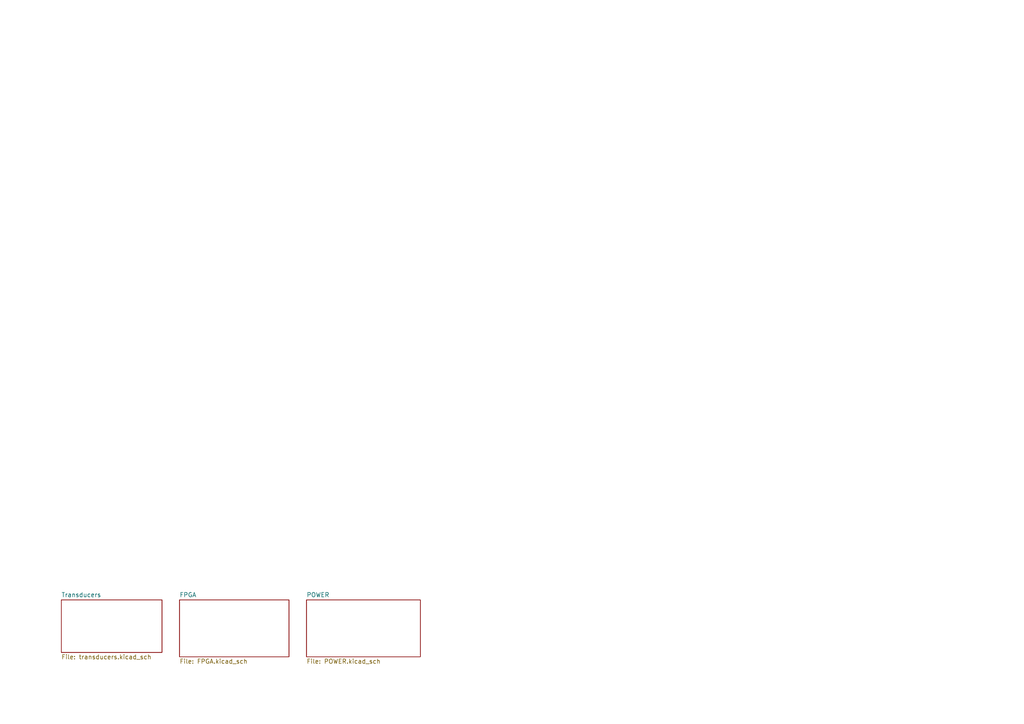
<source format=kicad_sch>
(kicad_sch (version 20250114) (generator "eeschema") (generator_version "9.0")
  (paper "A4")
  (lib_symbols
    (symbol "FPGA_LFE5U-25F-6BG256C:LFE5U-25F-6BG256C"
      (property "Reference" "u" (at -12.7 135.636 0))
      (property "Value" "LFE5U-25F-6BG256C" (at 2.286 135.382 0))
      (symbol "LFE5U-25F-6BG256C_0_1"
        (rectangle (start -11.43 130.81) (end 11.43 -196.85))
      )
      (symbol "LFE5U-25F-6BG256C_1_1"
        (pin power_in line (at -13.97 127 0) (length 2.54) (name "GND_1") (number "A1"))
        (pin bidirectional line (at -13.97 124.46 0) (length 2.54) (name "PT4A") (number "A2"))
        (pin bidirectional line (at -13.97 121.92 0) (length 2.54) (name "PT6A") (number "A3"))
        (pin bidirectional line (at -13.97 119.38 0) (length 2.54) (name "PT6B") (number "A4"))
        (pin bidirectional line (at -13.97 116.84 0) (length 2.54) (name "PT18A") (number "A5"))
        (pin bidirectional line (at -13.97 114.3 0) (length 2.54) (name "PT18B") (number "A6"))
        (pin bidirectional line (at -13.97 111.76 0) (length 2.54) (name "PT29A") (number "A7"))
        (pin bidirectional line (at -13.97 109.22 0) (length 2.54) (name "PT29B") (number "A8"))
        (pin bidirectional line (at -13.97 106.68 0) (length 2.54) (name "PT42A") (number "A9"))
        (pin bidirectional line (at -13.97 104.14 0) (length 2.54) (name "PT42B") (number "A10"))
        (pin bidirectional line (at -13.97 101.6 0) (length 2.54) (name "PT53A") (number "A11"))
        (pin bidirectional line (at -13.97 99.06 0) (length 2.54) (name "PT53B") (number "A12"))
        (pin bidirectional line (at -13.97 96.52 0) (length 2.54) (name "PT65A") (number "A13"))
        (pin bidirectional line (at -13.97 93.98 0) (length 2.54) (name "PT65B") (number "A14"))
        (pin bidirectional line (at -13.97 91.44 0) (length 2.54) (name "PT67B") (number "A15"))
        (pin power_in line (at -13.97 88.9 0) (length 2.54) (name "GND_2") (number "A16"))
        (pin bidirectional line (at -13.97 86.36 0) (length 2.54) (name "PL2A") (number "B1"))
        (pin bidirectional line (at -13.97 83.82 0) (length 2.54) (name "PL2B") (number "B2"))
        (pin bidirectional line (at -13.97 81.28 0) (length 2.54) (name "PT4B") (number "B3"))
        (pin bidirectional line (at -13.97 78.74 0) (length 2.54) (name "PT11B") (number "B4"))
        (pin bidirectional line (at -13.97 76.2 0) (length 2.54) (name "PT15B") (number "B5"))
        (pin bidirectional line (at -13.97 73.66 0) (length 2.54) (name "PT22B") (number "B6"))
        (pin bidirectional line (at -13.97 71.12 0) (length 2.54) (name "PT27B") (number "B7"))
        (pin bidirectional line (at -13.97 68.58 0) (length 2.54) (name "PT35B") (number "B8"))
        (pin bidirectional line (at -13.97 66.04 0) (length 2.54) (name "PT38A") (number "B9"))
        (pin bidirectional line (at -13.97 63.5 0) (length 2.54) (name "PT44A") (number "B10"))
        (pin bidirectional line (at -13.97 60.96 0) (length 2.54) (name "PT49A") (number "B11"))
        (pin bidirectional line (at -13.97 58.42 0) (length 2.54) (name "PT56A") (number "B12"))
        (pin bidirectional line (at -13.97 55.88 0) (length 2.54) (name "PT60A") (number "B13"))
        (pin bidirectional line (at -13.97 53.34 0) (length 2.54) (name "PT67A") (number "B14"))
        (pin bidirectional line (at -13.97 50.8 0) (length 2.54) (name "PR2B") (number "B15"))
        (pin bidirectional line (at -13.97 48.26 0) (length 2.54) (name "PR2A") (number "B16"))
        (pin bidirectional line (at -13.97 45.72 0) (length 2.54) (name "PL5A") (number "C1"))
        (pin bidirectional line (at -13.97 43.18 0) (length 2.54) (name "PL5B") (number "C2"))
        (pin bidirectional line (at -13.97 40.64 0) (length 2.54) (name "PL2C") (number "C3"))
        (pin bidirectional line (at -13.97 38.1 0) (length 2.54) (name "PT11A") (number "C4"))
        (pin bidirectional line (at -13.97 35.56 0) (length 2.54) (name "PT15A") (number "C5"))
        (pin bidirectional line (at -13.97 33.02 0) (length 2.54) (name "PT22A") (number "C6"))
        (pin bidirectional line (at -13.97 30.48 0) (length 2.54) (name "PT27A") (number "C7"))
        (pin bidirectional line (at -13.97 27.94 0) (length 2.54) (name "PT35A") (number "C8"))
        (pin bidirectional line (at -13.97 25.4 0) (length 2.54) (name "PT38B") (number "C9"))
        (pin bidirectional line (at -13.97 22.86 0) (length 2.54) (name "PT44B") (number "C10"))
        (pin bidirectional line (at -13.97 20.32 0) (length 2.54) (name "PT49B") (number "C11"))
        (pin bidirectional line (at -13.97 17.78 0) (length 2.54) (name "PT56B") (number "C12"))
        (pin bidirectional line (at -13.97 15.24 0) (length 2.54) (name "PT60B") (number "C13"))
        (pin bidirectional line (at -13.97 12.7 0) (length 2.54) (name "PR2C") (number "C14"))
        (pin bidirectional line (at -13.97 10.16 0) (length 2.54) (name "PR5B") (number "C15"))
        (pin bidirectional line (at -13.97 7.62 0) (length 2.54) (name "PR5A") (number "C16"))
        (pin bidirectional line (at -13.97 5.08 0) (length 2.54) (name "PL8A") (number "D1"))
        (pin power_in line (at -13.97 2.54 0) (length 2.54) (name "GND_3") (number "D2"))
        (pin bidirectional line (at -13.97 0 0) (length 2.54) (name "PL2D") (number "D3"))
        (pin bidirectional line (at -13.97 -2.54 0) (length 2.54) (name "PT9B") (number "D4"))
        (pin bidirectional line (at -13.97 -5.08 0) (length 2.54) (name "PT13B") (number "D5"))
        (pin bidirectional line (at -13.97 -7.62 0) (length 2.54) (name "PT20B") (number "D6"))
        (pin bidirectional line (at -13.97 -10.16 0) (length 2.54) (name "PT24B") (number "D7"))
        (pin bidirectional line (at -13.97 -12.7 0) (length 2.54) (name "PT33B") (number "D8"))
        (pin bidirectional line (at -13.97 -15.24 0) (length 2.54) (name "PT40A") (number "D9"))
        (pin bidirectional line (at -13.97 -17.78 0) (length 2.54) (name "PT47A") (number "D10"))
        (pin bidirectional line (at -13.97 -20.32 0) (length 2.54) (name "PT51A") (number "D11"))
        (pin bidirectional line (at -13.97 -22.86 0) (length 2.54) (name "PT58A") (number "D12"))
        (pin bidirectional line (at -13.97 -25.4 0) (length 2.54) (name "PT62A") (number "D13"))
        (pin bidirectional line (at -13.97 -27.94 0) (length 2.54) (name "PR2D") (number "D14"))
        (pin power_in line (at -13.97 -30.48 0) (length 2.54) (name "GND_4") (number "D15"))
        (pin bidirectional line (at -13.97 -33.02 0) (length 2.54) (name "PR8A") (number "D16"))
        (pin bidirectional line (at -13.97 -35.56 0) (length 2.54) (name "PL11D") (number "E1"))
        (pin bidirectional line (at -13.97 -38.1 0) (length 2.54) (name "PL8B") (number "E2"))
        (pin bidirectional line (at -13.97 -40.64 0) (length 2.54) (name "PL5C") (number "E3"))
        (pin bidirectional line (at -13.97 -43.18 0) (length 2.54) (name "PT9A") (number "E4"))
        (pin bidirectional line (at -13.97 -45.72 0) (length 2.54) (name "PT13A") (number "E5"))
        (pin bidirectional line (at -13.97 -48.26 0) (length 2.54) (name "PT20A") (number "E6"))
        (pin bidirectional line (at -13.97 -50.8 0) (length 2.54) (name "PT24A") (number "E7"))
        (pin bidirectional line (at -13.97 -53.34 0) (length 2.54) (name "PT33A") (number "E8"))
        (pin bidirectional line (at -13.97 -55.88 0) (length 2.54) (name "PT40B") (number "E9"))
        (pin bidirectional line (at -13.97 -58.42 0) (length 2.54) (name "PT47B") (number "E10"))
        (pin bidirectional line (at -13.97 -60.96 0) (length 2.54) (name "PT51B") (number "E11"))
        (pin bidirectional line (at -13.97 -63.5 0) (length 2.54) (name "PT58B") (number "E12"))
        (pin bidirectional line (at -13.97 -66.04 0) (length 2.54) (name "PT62B") (number "E13"))
        (pin bidirectional line (at -13.97 -68.58 0) (length 2.54) (name "PR5C") (number "E14"))
        (pin bidirectional line (at -13.97 -71.12 0) (length 2.54) (name "PR8B") (number "E15"))
        (pin bidirectional line (at -13.97 -73.66 0) (length 2.54) (name "PR11D") (number "E16"))
        (pin bidirectional line (at -13.97 -76.2 0) (length 2.54) (name "PL14A") (number "F1"))
        (pin bidirectional line (at -13.97 -78.74 0) (length 2.54) (name "PL11C") (number "F2"))
        (pin bidirectional line (at -13.97 -81.28 0) (length 2.54) (name "PL5D") (number "F3"))
        (pin bidirectional line (at -13.97 -83.82 0) (length 2.54) (name "PL8C") (number "F4"))
        (pin bidirectional line (at -13.97 -86.36 0) (length 2.54) (name "PL8D") (number "F5"))
        (pin power_in line (at -13.97 -88.9 0) (length 2.54) (name "VCCIO0_1") (number "F6"))
        (pin power_in line (at -13.97 -91.44 0) (length 2.54) (name "VCCIO0_2") (number "F7"))
        (pin power_in line (at -13.97 -93.98 0) (length 2.54) (name "GND__5") (number "F8"))
        (pin power_in line (at -13.97 -96.52 0) (length 2.54) (name "GND_6") (number "F9"))
        (pin power_in line (at -13.97 -99.06 0) (length 2.54) (name "VCCIO1_1") (number "F10"))
        (pin power_in line (at -13.97 -101.6 0) (length 2.54) (name "VCCIO1_2") (number "F11"))
        (pin bidirectional line (at -13.97 -104.14 0) (length 2.54) (name "PR8D") (number "F12"))
        (pin bidirectional line (at -13.97 -106.68 0) (length 2.54) (name "PR8C") (number "F13"))
        (pin bidirectional line (at -13.97 -109.22 0) (length 2.54) (name "PR5D") (number "F14"))
        (pin bidirectional line (at -13.97 -111.76 0) (length 2.54) (name "PR11C") (number "F15"))
        (pin bidirectional line (at -13.97 -114.3 0) (length 2.54) (name "PR14A") (number "F16"))
        (pin bidirectional line (at -13.97 -116.84 0) (length 2.54) (name "PL20A") (number "G1"))
        (pin bidirectional line (at -13.97 -119.38 0) (length 2.54) (name "PL14B") (number "G2"))
        (pin bidirectional line (at -13.97 -121.92 0) (length 2.54) (name "PL14C") (number "G3"))
        (pin bidirectional line (at -13.97 -124.46 0) (length 2.54) (name "PL11B") (number "G4"))
        (pin bidirectional line (at -13.97 -127 0) (length 2.54) (name "PL11A") (number "G5"))
        (pin power_in line (at -13.97 -129.54 0) (length 2.54) (name "VCC_1") (number "G6"))
        (pin power_in line (at -13.97 -132.08 0) (length 2.54) (name "VCC_2") (number "G7"))
        (pin power_in line (at -13.97 -134.62 0) (length 2.54) (name "GND_7") (number "G8"))
        (pin power_in line (at -13.97 -137.16 0) (length 2.54) (name "VCC_3") (number "G9"))
        (pin power_in line (at -13.97 -139.7 0) (length 2.54) (name "GND_8") (number "G10"))
        (pin power_in line (at -13.97 -142.24 0) (length 2.54) (name "VCCAUX_1") (number "G11"))
        (pin bidirectional line (at -13.97 -144.78 0) (length 2.54) (name "PR11A") (number "G12"))
        (pin bidirectional line (at -13.97 -147.32 0) (length 2.54) (name "PR11B") (number "G13"))
        (pin bidirectional line (at -13.97 -149.86 0) (length 2.54) (name "PR14C") (number "G14"))
        (pin bidirectional line (at -13.97 -152.4 0) (length 2.54) (name "PR14B") (number "G15"))
        (pin bidirectional line (at -13.97 -154.94 0) (length 2.54) (name "PR20A") (number "G16"))
        (pin power_in line (at -13.97 -157.48 0) (length 2.54) (name "GND_9") (number "H1"))
        (pin bidirectional line (at -13.97 -160.02 0) (length 2.54) (name "PL20B") (number "H2"))
        (pin bidirectional line (at -13.97 -162.56 0) (length 2.54) (name "PL14D") (number "H3"))
        (pin bidirectional line (at -13.97 -165.1 0) (length 2.54) (name "PL17B") (number "H4"))
        (pin bidirectional line (at -13.97 -167.64 0) (length 2.54) (name "PL17A") (number "H5"))
        (pin power_in line (at -13.97 -170.18 0) (length 2.54) (name "VCCIO7_1") (number "H6"))
        (pin power_in line (at -13.97 -172.72 0) (length 2.54) (name "VCCIO7_2") (number "H7"))
        (pin power_in line (at -13.97 -175.26 0) (length 2.54) (name "GND_10") (number "H8"))
        (pin power_in line (at -13.97 -177.8 0) (length 2.54) (name "GND_11") (number "H9"))
        (pin power_in line (at -13.97 -180.34 0) (length 2.54) (name "GND_12") (number "H10"))
        (pin power_in line (at -13.97 -182.88 0) (length 2.54) (name "VCCIO2_1") (number "H11"))
        (pin bidirectional line (at -13.97 -185.42 0) (length 2.54) (name "PR17A") (number "H12"))
        (pin bidirectional line (at -13.97 -187.96 0) (length 2.54) (name "PR17B") (number "H13"))
        (pin bidirectional line (at -13.97 -190.5 0) (length 2.54) (name "PR14D") (number "H14"))
        (pin bidirectional line (at -13.97 -193.04 0) (length 2.54) (name "PR20B") (number "H15"))
        (pin power_in line (at -13.97 -195.58 0) (length 2.54) (name "GND_13") (number "H16"))
        (pin bidirectional line (at 13.97 127 180) (length 2.54) (name "PL23A") (number "J1"))
        (pin bidirectional line (at 13.97 124.46 180) (length 2.54) (name "PL23B") (number "J2"))
        (pin bidirectional line (at 13.97 121.92 180) (length 2.54) (name "PL20C") (number "J3"))
        (pin bidirectional line (at 13.97 119.38 180) (length 2.54) (name "PL17C") (number "J4"))
        (pin bidirectional line (at 13.97 116.84 180) (length 2.54) (name "PL17D") (number "J5"))
        (pin power_in line (at 13.97 114.3 180) (length 2.54) (name "VCCIO6_1") (number "J6"))
        (pin power_in line (at 13.97 111.76 180) (length 2.54) (name "VCCIO6_2") (number "J7"))
        (pin power_in line (at 13.97 109.22 180) (length 2.54) (name "GND_14") (number "J8"))
        (pin power_in line (at 13.97 106.68 180) (length 2.54) (name "GND_15") (number "J9"))
        (pin power_in line (at 13.97 104.14 180) (length 2.54) (name "GND_16") (number "J10"))
        (pin power_in line (at 13.97 101.6 180) (length 2.54) (name "VCCIO2_2") (number "J11"))
        (pin bidirectional line (at 13.97 99.06 180) (length 2.54) (name "PR17D") (number "J12"))
        (pin bidirectional line (at 13.97 96.52 180) (length 2.54) (name "PR17C") (number "J13"))
        (pin bidirectional line (at 13.97 93.98 180) (length 2.54) (name "PR20C") (number "J14"))
        (pin bidirectional line (at 13.97 91.44 180) (length 2.54) (name "PR23B") (number "J15"))
        (pin bidirectional line (at 13.97 88.9 180) (length 2.54) (name "PR23A") (number "J16"))
        (pin bidirectional line (at 13.97 86.36 180) (length 2.54) (name "PL23C") (number "K1"))
        (pin bidirectional line (at 13.97 83.82 180) (length 2.54) (name "PL23D") (number "K2"))
        (pin bidirectional line (at 13.97 81.28 180) (length 2.54) (name "PL20D") (number "K3"))
        (pin bidirectional line (at 13.97 78.74 180) (length 2.54) (name "PL29A") (number "K4"))
        (pin bidirectional line (at 13.97 76.2 180) (length 2.54) (name "PL29B") (number "K5"))
        (pin power_in line (at 13.97 73.66 180) (length 2.54) (name "GND_17") (number "K6"))
        (pin power_in line (at 13.97 71.12 180) (length 2.54) (name "GND_18") (number "K7"))
        (pin power_in line (at 13.97 68.58 180) (length 2.54) (name "GND_19") (number "K8"))
        (pin power_in line (at 13.97 66.04 180) (length 2.54) (name "GND_20") (number "K9"))
        (pin power_in line (at 13.97 63.5 180) (length 2.54) (name "GND_21") (number "K10"))
        (pin power_in line (at 13.97 60.96 180) (length 2.54) (name "VCCIO3_1") (number "K11"))
        (pin bidirectional line (at 13.97 58.42 180) (length 2.54) (name "PR29B") (number "K12"))
        (pin bidirectional line (at 13.97 55.88 180) (length 2.54) (name "PR29A") (number "K13"))
        (pin bidirectional line (at 13.97 53.34 180) (length 2.54) (name "PR20D") (number "K14"))
        (pin bidirectional line (at 13.97 50.8 180) (length 2.54) (name "PR23D") (number "K15"))
        (pin bidirectional line (at 13.97 48.26 180) (length 2.54) (name "PR23C") (number "K16"))
        (pin bidirectional line (at 13.97 45.72 180) (length 2.54) (name "PL26A") (number "L1"))
        (pin bidirectional line (at 13.97 43.18 180) (length 2.54) (name "PL26B") (number "L2"))
        (pin bidirectional line (at 13.97 40.64 180) (length 2.54) (name "PL32C") (number "L3"))
        (pin bidirectional line (at 13.97 38.1 180) (length 2.54) (name "PL29C") (number "L4"))
        (pin bidirectional line (at 13.97 35.56 180) (length 2.54) (name "PL29D") (number "L5"))
        (pin power_in line (at 13.97 33.02 180) (length 2.54) (name "VCCIO8") (number "L6"))
        (pin power_in line (at 13.97 30.48 180) (length 2.54) (name "VCCAUX_2") (number "L7"))
        (pin power_in line (at 13.97 27.94 180) (length 2.54) (name "VCC_4") (number "L8"))
        (pin power_in line (at 13.97 25.4 180) (length 2.54) (name "VCC_5") (number "L9"))
        (pin power_in line (at 13.97 22.86 180) (length 2.54) (name "VCC_6") (number "L10"))
        (pin power_in line (at 13.97 20.32 180) (length 2.54) (name "VCCIO3_2") (number "L11"))
        (pin bidirectional line (at 13.97 17.78 180) (length 2.54) (name "PR29D") (number "L12"))
        (pin bidirectional line (at 13.97 15.24 180) (length 2.54) (name "PR29C") (number "L13"))
        (pin bidirectional line (at 13.97 12.7 180) (length 2.54) (name "PR32C") (number "L14"))
        (pin bidirectional line (at 13.97 10.16 180) (length 2.54) (name "PR26B") (number "L15"))
        (pin bidirectional line (at 13.97 7.62 180) (length 2.54) (name "PR26A") (number "L16"))
        (pin bidirectional line (at 13.97 5.08 180) (length 2.54) (name "PL26C") (number "M1"))
        (pin bidirectional line (at 13.97 2.54 180) (length 2.54) (name "PL26D") (number "M2"))
        (pin bidirectional line (at 13.97 0 180) (length 2.54) (name "PL32D") (number "M3"))
        (pin bidirectional line (at 13.97 -2.54 180) (length 2.54) (name "PL35C") (number "M4"))
        (pin bidirectional line (at 13.97 -5.08 180) (length 2.54) (name "PL44C") (number "M5"))
        (pin bidirectional line (at 13.97 -7.62 180) (length 2.54) (name "PL47A") (number "M6"))
        (pin bidirectional line (at 13.97 -10.16 180) (length 2.54) (name "PB9B") (number "M7"))
        (pin bidirectional line (at 13.97 -12.7 180) (length 2.54) (name "PB15B") (number "M8"))
        (pin bidirectional line (at 13.97 -15.24 180) (length 2.54) (name "PB18A") (number "M9"))
        (pin output line (at 13.97 -17.78 180) (length 2.54) (name "TD0") (number "M10"))
        (pin bidirectional line (at 13.97 -20.32 180) (length 2.54) (name "PR47A") (number "M11"))
        (pin bidirectional line (at 13.97 -22.86 180) (length 2.54) (name "PR44C") (number "M12"))
        (pin bidirectional line (at 13.97 -25.4 180) (length 2.54) (name "PR35C") (number "M13"))
        (pin bidirectional line (at 13.97 -27.94 180) (length 2.54) (name "PR32D") (number "M14"))
        (pin bidirectional line (at 13.97 -30.48 180) (length 2.54) (name "PR26D") (number "M15"))
        (pin bidirectional line (at 13.97 -33.02 180) (length 2.54) (name "PR26C") (number "M16"))
        (pin bidirectional line (at 13.97 -35.56 180) (length 2.54) (name "PL32A") (number "N1"))
        (pin power_in line (at 13.97 -38.1 180) (length 2.54) (name "GND_22") (number "N2"))
        (pin bidirectional line (at 13.97 -40.64 180) (length 2.54) (name "PL35D") (number "N3"))
        (pin bidirectional line (at 13.97 -43.18 180) (length 2.54) (name "PL38A") (number "N4"))
        (pin bidirectional line (at 13.97 -45.72 180) (length 2.54) (name "PL44D") (number "N5"))
        (pin bidirectional line (at 13.97 -48.26 180) (length 2.54) (name "PL47B") (number "N6"))
        (pin bidirectional line (at 13.97 -50.8 180) (length 2.54) (name "PB9A") (number "N7"))
        (pin bidirectional line (at 13.97 -53.34 180) (length 2.54) (name "PB15A") (number "N8"))
        (pin input line (at 13.97 -55.88 180) (length 2.54) (name "CCLK") (number "N9"))
        (pin input line (at 13.97 -58.42 180) (length 2.54) (name "CFG_0") (number "N10"))
        (pin bidirectional line (at 13.97 -60.96 180) (length 2.54) (name "PR47B") (number "N11"))
        (pin bidirectional line (at 13.97 -63.5 180) (length 2.54) (name "PR44D") (number "N12"))
        (pin bidirectional line (at 13.97 -66.04 180) (length 2.54) (name "PR38A") (number "N13"))
        (pin bidirectional line (at 13.97 -68.58 180) (length 2.54) (name "PR35D") (number "N14"))
        (pin power_in line (at 13.97 -71.12 180) (length 2.54) (name "GND_23") (number "N15"))
        (pin bidirectional line (at 13.97 -73.66 180) (length 2.54) (name "PR32A") (number "N16"))
        (pin bidirectional line (at 13.97 -76.2 180) (length 2.54) (name "PL35A") (number "P1"))
        (pin bidirectional line (at 13.97 -78.74 180) (length 2.54) (name "PL32B") (number "P2"))
        (pin bidirectional line (at 13.97 -81.28 180) (length 2.54) (name "PL38B") (number "P3"))
        (pin bidirectional line (at 13.97 -83.82 180) (length 2.54) (name "PL41A") (number "P4"))
        (pin bidirectional line (at 13.97 -86.36 180) (length 2.54) (name "PL47D") (number "P5"))
        (pin bidirectional line (at 13.97 -88.9 180) (length 2.54) (name "PL47C") (number "P6"))
        (pin bidirectional line (at 13.97 -91.44 180) (length 2.54) (name "PB6B") (number "P7"))
        (pin bidirectional line (at 13.97 -93.98 180) (length 2.54) (name "PB13B") (number "P8"))
        (pin bidirectional line (at 13.97 -96.52 180) (length 2.54) (name "DONE") (number "P9"))
        (pin input line (at 13.97 -99.06 180) (length 2.54) (name "CFG_1") (number "P10"))
        (pin bidirectional line (at 13.97 -101.6 180) (length 2.54) (name "PR47C") (number "P11"))
        (pin bidirectional line (at 13.97 -104.14 180) (length 2.54) (name "PR47D") (number "P12"))
        (pin bidirectional line (at 13.97 -106.68 180) (length 2.54) (name "PR41A") (number "P13"))
        (pin bidirectional line (at 13.97 -109.22 180) (length 2.54) (name "PR38B") (number "P14"))
        (pin bidirectional line (at 13.97 -111.76 180) (length 2.54) (name "PR32B") (number "P15"))
        (pin bidirectional line (at 13.97 -114.3 180) (length 2.54) (name "PR35A") (number "P16"))
        (pin bidirectional line (at 13.97 -116.84 180) (length 2.54) (name "PL35B") (number "R1"))
        (pin bidirectional line (at 13.97 -119.38 180) (length 2.54) (name "PL38C") (number "R2"))
        (pin bidirectional line (at 13.97 -121.92 180) (length 2.54) (name "PL41B") (number "R3"))
        (pin bidirectional line (at 13.97 -124.46 180) (length 2.54) (name "PL41C") (number "R4"))
        (pin bidirectional line (at 13.97 -127 180) (length 2.54) (name "PL44A") (number "R5"))
        (pin bidirectional line (at 13.97 -129.54 180) (length 2.54) (name "PB4B") (number "R6"))
        (pin bidirectional line (at 13.97 -132.08 180) (length 2.54) (name "PB6A") (number "R7"))
        (pin bidirectional line (at 13.97 -134.62 180) (length 2.54) (name "PB13A") (number "R8"))
        (pin input line (at 13.97 -137.16 180) (length 2.54) (name "PROGRAMN") (number "R9"))
        (pin input line (at 13.97 -139.7 180) (length 2.54) (name "CFG_2") (number "R10"))
        (pin input line (at 13.97 -142.24 180) (length 2.54) (name "TDI") (number "R11"))
        (pin bidirectional line (at 13.97 -144.78 180) (length 2.54) (name "PR44A") (number "R12"))
        (pin bidirectional line (at 13.97 -147.32 180) (length 2.54) (name "PR41C") (number "R13"))
        (pin bidirectional line (at 13.97 -149.86 180) (length 2.54) (name "PR41B") (number "R14"))
        (pin bidirectional line (at 13.97 -152.4 180) (length 2.54) (name "PR38C") (number "R15"))
        (pin bidirectional line (at 13.97 -154.94 180) (length 2.54) (name "PR35B") (number "R16"))
        (pin power_in line (at 13.97 -157.48 180) (length 2.54) (name "GND_24") (number "T1"))
        (pin bidirectional line (at 13.97 -160.02 180) (length 2.54) (name "PL38D") (number "T2"))
        (pin bidirectional line (at 13.97 -162.56 180) (length 2.54) (name "PL41D") (number "T3"))
        (pin bidirectional line (at 13.97 -165.1 180) (length 2.54) (name "PL44B") (number "T4"))
        (pin power_in line (at 13.97 -167.64 180) (length 2.54) (name "GND_25") (number "T5"))
        (pin bidirectional line (at 13.97 -170.18 180) (length 2.54) (name "PB4A") (number "T6"))
        (pin bidirectional line (at 13.97 -172.72 180) (length 2.54) (name "PB11A") (number "T7"))
        (pin bidirectional line (at 13.97 -175.26 180) (length 2.54) (name "PB11B") (number "T8"))
        (pin bidirectional line (at 13.97 -177.8 180) (length 2.54) (name "INITN") (number "T9"))
        (pin bidirectional line (at 13.97 -180.34 180) (length 2.54) (name "TCK") (number "T10"))
        (pin input line (at 13.97 -182.88 180) (length 2.54) (name "TMS") (number "T11"))
        (pin power_in line (at 13.97 -185.42 180) (length 2.54) (name "GND_26") (number "T12"))
        (pin bidirectional line (at 13.97 -187.96 180) (length 2.54) (name "PR44B") (number "T13"))
        (pin bidirectional line (at 13.97 -190.5 180) (length 2.54) (name "PR41D") (number "T14"))
        (pin bidirectional line (at 13.97 -193.04 180) (length 2.54) (name "PR38D") (number "T15"))
        (pin power_in line (at 13.97 -195.58 180) (length 2.54) (name "GND_27") (number "T16"))
      )
    )
  )
  (symbol (lib_id "FPGA_LFE5U-25F-6BG256C:LFE5U-25F-6BG256C") (at -44.45 43.18 0) (unit 1)
    (property "Reference" "u1" (at -44.45 -91.44 0))
    (property "Value" "LFE5U-25F-6BG256C" (at -44.45 -88.9 0))
  )
  (sheet (at 88.9 173.99) (size 33.02 16.51) (stroke (width 0.1524))
    (property "Sheetname" "POWER" (at 88.9 173.2784 0) (effects (justify left bottom)))
    (property "Sheetfile" "POWER.kicad_sch" (at 88.9 191.0846 0) (effects (justify left top)))
  )
  (sheet (at 17.78 173.99) (size 29.21 15.24) (stroke (width 0.1524))
    (property "Sheetname" "Transducers" (at 17.78 173.2784 0) (effects (justify left bottom)))
    (property "Sheetfile" "transducers.kicad_sch" (at 17.78 189.8146 0) (effects (justify left top)))
  )
  (sheet (at 52.07 173.99) (size 31.75 16.51) (stroke (width 0.1524))
    (property "Sheetname" "FPGA" (at 52.07 173.2784 0) (effects (justify left bottom)))
    (property "Sheetfile" "FPGA.kicad_sch" (at 52.07 191.0846 0) (effects (justify left top)))
  )
)
</source>
